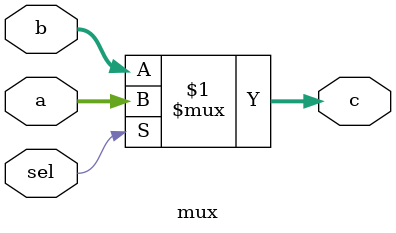
<source format=v>
module mux(a,b,sel,c);
  input [31:0] a, b;
  input sel;
  output [31:0] c;
  assign c=(sel)?a:b;
endmodule



</source>
